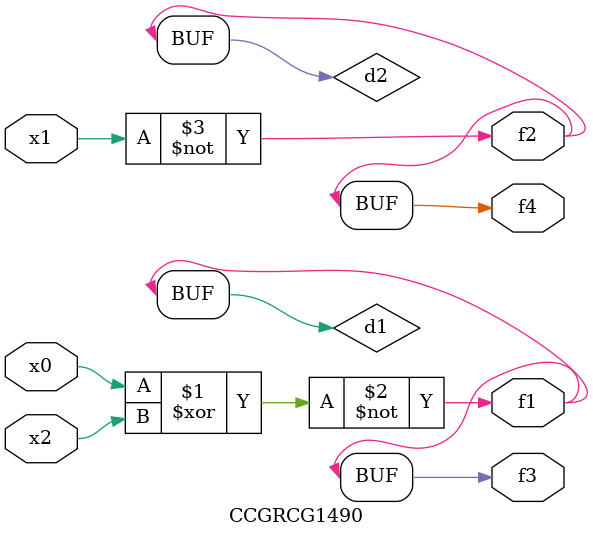
<source format=v>
module CCGRCG1490(
	input x0, x1, x2,
	output f1, f2, f3, f4
);

	wire d1, d2, d3;

	xnor (d1, x0, x2);
	nand (d2, x1);
	nor (d3, x1, x2);
	assign f1 = d1;
	assign f2 = d2;
	assign f3 = d1;
	assign f4 = d2;
endmodule

</source>
